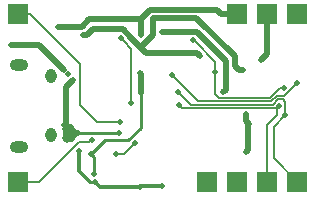
<source format=gbl>
G04 #@! TF.FileFunction,Copper,L2,Bot,Signal*
%FSLAX46Y46*%
G04 Gerber Fmt 4.6, Leading zero omitted, Abs format (unit mm)*
G04 Created by KiCad (PCBNEW 4.0.5) date 04/21/17 20:31:44*
%MOMM*%
%LPD*%
G01*
G04 APERTURE LIST*
%ADD10C,0.100000*%
%ADD11O,0.950000X1.250000*%
%ADD12O,1.550000X1.000000*%
%ADD13R,1.700000X1.700000*%
%ADD14C,0.500000*%
%ADD15C,0.508000*%
%ADD16C,0.152000*%
%ADD17C,0.300000*%
%ADD18C,0.254000*%
G04 APERTURE END LIST*
D10*
D11*
X139664880Y-81324180D03*
X139664880Y-86324180D03*
D12*
X136964880Y-80324180D03*
X136964880Y-87324180D03*
D13*
X136880600Y-76060300D03*
X136880600Y-90284300D03*
X160502600Y-90284300D03*
X160502600Y-76060300D03*
X157962600Y-76060300D03*
X157962600Y-90284300D03*
X152882600Y-90284300D03*
X155422600Y-90284300D03*
X155422600Y-76060300D03*
D14*
X148310121Y-76354382D03*
X157426347Y-79959860D03*
X156402496Y-85315134D03*
X142391553Y-77846202D03*
X146695418Y-78296861D03*
X142011400Y-87604600D03*
X155923824Y-80813500D03*
X152247600Y-79565500D03*
X145408730Y-86118700D03*
X141503400Y-81622900D03*
X140741400Y-80759300D03*
X141097000Y-81114900D03*
X144221200Y-77330300D03*
X143332200Y-90258900D03*
X147142200Y-90690700D03*
X149072600Y-90614500D03*
X136220200Y-78676500D03*
X141963026Y-86098816D03*
X141390293Y-86584973D03*
X140794080Y-85760560D03*
X140794080Y-86577780D03*
X141325600Y-85595460D03*
X140937321Y-85207181D03*
X156356539Y-85925670D03*
X156184600Y-87744300D03*
X156184600Y-84520900D03*
X149048625Y-77543450D03*
X147232609Y-77788852D03*
X143044743Y-87898915D03*
X147193000Y-81038700D03*
X147269200Y-82715100D03*
X154249160Y-82635980D03*
X154452320Y-81045900D03*
X140259051Y-77126471D03*
X140995400Y-77126471D03*
X141579600Y-77126471D03*
X142265400Y-77126471D03*
X143285241Y-89608581D03*
X160476682Y-81877739D03*
X149860000Y-81216500D03*
X145566766Y-78095949D03*
X146441545Y-83571879D03*
X151700102Y-78199460D03*
X153568400Y-80962500D03*
X159360531Y-82275299D03*
X159497591Y-84587114D03*
X150432769Y-82654655D03*
X158993107Y-83825039D03*
X150444125Y-83710787D03*
X145459259Y-85184359D03*
X143130417Y-86668312D03*
X145110200Y-87922100D03*
X146735800Y-86982300D03*
D15*
X140937321Y-85207181D02*
X140937321Y-82188979D01*
X140937321Y-82188979D02*
X141503400Y-81622900D01*
D16*
X148310121Y-76354382D02*
X148310121Y-76424901D01*
D15*
X155923824Y-80813500D02*
X155570271Y-80813500D01*
X155570271Y-80813500D02*
X155194000Y-80437229D01*
X155194000Y-80437229D02*
X155194000Y-79588701D01*
X155194000Y-79588701D02*
X151964931Y-76359633D01*
X151964931Y-76359633D02*
X151967111Y-76357453D01*
X151967111Y-76357453D02*
X148356347Y-76357453D01*
X148299510Y-76414290D02*
X148310121Y-76424901D01*
X148310121Y-76424901D02*
X148310121Y-77800679D01*
X148310121Y-77800679D02*
X147254679Y-78856122D01*
X147254679Y-78856122D02*
X146945417Y-78546860D01*
X144221200Y-77330300D02*
X143244688Y-77330300D01*
X143244688Y-77330300D02*
X142728786Y-77846202D01*
X142728786Y-77846202D02*
X142391553Y-77846202D01*
X144221200Y-77330300D02*
X145728857Y-77330300D01*
X145728857Y-77330300D02*
X146445419Y-78046862D01*
X146445419Y-78046862D02*
X146695418Y-78296861D01*
X157676346Y-79709861D02*
X157426347Y-79959860D01*
X157962600Y-79423607D02*
X157676346Y-79709861D01*
X157962600Y-76060300D02*
X157962600Y-79423607D01*
X141390293Y-86584973D02*
X141036740Y-86584973D01*
X141036740Y-86584973D02*
X140995400Y-86626313D01*
X140995400Y-86626313D02*
X140995400Y-86741000D01*
X140794080Y-86577780D02*
X140832180Y-86577780D01*
X140832180Y-86577780D02*
X140995400Y-86741000D01*
X141390293Y-86584973D02*
X141390293Y-86231420D01*
X141390293Y-86231420D02*
X141325600Y-86166727D01*
X141325600Y-86166727D02*
X141325600Y-85595460D01*
X140937321Y-85207181D02*
X140937321Y-86434539D01*
X140937321Y-86434539D02*
X140794080Y-86577780D01*
X152247600Y-79565500D02*
X151997601Y-79315501D01*
X151997601Y-79315501D02*
X147714058Y-79315501D01*
X147714058Y-79315501D02*
X146945417Y-78546860D01*
X146945417Y-78546860D02*
X146695418Y-78296861D01*
X156184600Y-87744300D02*
X156184600Y-87695850D01*
X156184600Y-87695850D02*
X156353339Y-87527111D01*
X156353339Y-87527111D02*
X156353339Y-85928870D01*
X156353339Y-85928870D02*
X156356539Y-85925670D01*
X156356539Y-85361091D02*
X156402496Y-85315134D01*
X156184600Y-84520900D02*
X156184600Y-85097238D01*
X156356539Y-85925670D02*
X156356539Y-85361091D01*
X156184600Y-85097238D02*
X156402496Y-85315134D01*
X136220200Y-78676500D02*
X136573753Y-78676500D01*
X136573753Y-78676500D02*
X136586453Y-78663800D01*
X136586453Y-78663800D02*
X138634849Y-78663800D01*
X138634849Y-78663800D02*
X140730349Y-80759300D01*
X140730349Y-80759300D02*
X140741400Y-80759300D01*
D17*
X140937321Y-85207181D02*
X140687322Y-85457180D01*
X140982700Y-85509100D02*
X141239240Y-85509100D01*
X141239240Y-85509100D02*
X141325600Y-85595460D01*
X140794080Y-85697720D02*
X140982700Y-85509100D01*
X140794080Y-85760560D02*
X140794080Y-85697720D01*
X140794080Y-85760560D02*
X140868400Y-85834880D01*
X140868400Y-85834880D02*
X141088720Y-86055200D01*
X140794080Y-86577780D02*
X140794080Y-86224227D01*
X140794080Y-86224227D02*
X140868400Y-86149907D01*
X140868400Y-86149907D02*
X140868400Y-85834880D01*
X141160500Y-86296500D02*
X141160500Y-86055200D01*
X141160500Y-86055200D02*
X141160500Y-85760560D01*
X141088720Y-86055200D02*
X141160500Y-86055200D01*
X141129219Y-86327781D02*
X141160500Y-86296500D01*
X140794080Y-86577780D02*
X141044079Y-86327781D01*
X141044079Y-86327781D02*
X141129219Y-86327781D01*
X141828956Y-86098816D02*
X141643100Y-85912960D01*
X141640292Y-86334974D02*
X141640292Y-85915768D01*
X141643100Y-85912960D02*
X141325600Y-85595460D01*
X141390293Y-86584973D02*
X141640292Y-86334974D01*
X141640292Y-85915768D02*
X141643100Y-85912960D01*
X141963026Y-86098816D02*
X141828956Y-86098816D01*
X140794080Y-85760560D02*
X141160500Y-85760560D01*
X141160500Y-85760560D02*
X141325600Y-85595460D01*
X147142200Y-90690700D02*
X143764000Y-90690700D01*
X143764000Y-90690700D02*
X143332200Y-90258900D01*
X149072600Y-90614500D02*
X147218400Y-90614500D01*
X147218400Y-90614500D02*
X147142200Y-90690700D01*
X142925800Y-90258900D02*
X142011400Y-89344500D01*
X142011400Y-89344500D02*
X142011400Y-87604600D01*
X142978647Y-90258900D02*
X142925800Y-90258900D01*
D18*
X143332200Y-90258900D02*
X142978647Y-90258900D01*
X145408730Y-86118700D02*
X141982910Y-86118700D01*
X141982910Y-86118700D02*
X141963026Y-86098816D01*
D15*
X154064600Y-76060300D02*
X155422600Y-76060300D01*
X153698672Y-75694372D02*
X154064600Y-76060300D01*
X147999249Y-75694372D02*
X153698672Y-75694372D01*
X147232609Y-76461012D02*
X147999249Y-75694372D01*
X147232609Y-77788852D02*
X147232609Y-76461012D01*
X142265400Y-77126471D02*
X142899771Y-76492100D01*
X142899771Y-76492100D02*
X147232609Y-76492100D01*
X147232609Y-76492100D02*
X147232609Y-77788852D01*
X154452320Y-81045900D02*
X154452320Y-80021866D01*
X151973904Y-77543450D02*
X149402178Y-77543450D01*
X154452320Y-80021866D02*
X151973904Y-77543450D01*
X149402178Y-77543450D02*
X149048625Y-77543450D01*
X141579600Y-77126471D02*
X142265400Y-77126471D01*
D18*
X143285241Y-88139413D02*
X143044743Y-87898915D01*
X143294742Y-87648916D02*
X143044743Y-87898915D01*
X144215358Y-86728300D02*
X143294742Y-87648916D01*
X146206878Y-86728300D02*
X144215358Y-86728300D01*
X143285241Y-89608581D02*
X143285241Y-88139413D01*
X147269200Y-85665978D02*
X146206878Y-86728300D01*
X147269200Y-82715100D02*
X147269200Y-85665978D01*
D15*
X154452320Y-82432820D02*
X154249160Y-82635980D01*
X154452320Y-81045900D02*
X154452320Y-82432820D01*
X147269200Y-82715100D02*
X147269200Y-81114900D01*
X147269200Y-81114900D02*
X147193000Y-81038700D01*
X140259051Y-77126471D02*
X141579600Y-77126471D01*
D16*
X149860000Y-81216500D02*
X152069011Y-83425511D01*
X158756602Y-82955611D02*
X159398810Y-82955611D01*
X160226683Y-82127738D02*
X160476682Y-81877739D01*
X159398810Y-82955611D02*
X160226683Y-82127738D01*
X158286702Y-83425511D02*
X158756602Y-82955611D01*
X152069011Y-83425511D02*
X158286702Y-83425511D01*
X146441545Y-78970728D02*
X145816765Y-78345948D01*
X145816765Y-78345948D02*
X145566766Y-78095949D01*
X146441545Y-83571879D02*
X146441545Y-78970728D01*
X151714507Y-78199460D02*
X151700102Y-78199460D01*
X151725401Y-78210354D02*
X151714507Y-78199460D01*
X151950101Y-78449459D02*
X151700102Y-78199460D01*
X153568400Y-80067758D02*
X151950101Y-78449459D01*
X153568400Y-80962500D02*
X153568400Y-80067758D01*
X153860500Y-83108800D02*
X153568400Y-82816700D01*
X158164288Y-83117989D02*
X154023727Y-83117989D01*
X159006978Y-82275299D02*
X158164288Y-83117989D01*
X153568400Y-82816700D02*
X153568400Y-80962500D01*
X154014538Y-83108800D02*
X153860500Y-83108800D01*
X159360531Y-82275299D02*
X159006978Y-82275299D01*
X154023727Y-83117989D02*
X154014538Y-83108800D01*
X160502600Y-90284300D02*
X158489142Y-88270842D01*
X158489142Y-86143705D02*
X158497785Y-86135062D01*
X158489142Y-88270842D02*
X158489142Y-86143705D01*
X158497785Y-86135062D02*
X158497785Y-85586920D01*
X158497785Y-85586920D02*
X159497591Y-84587114D01*
X159497591Y-83462691D02*
X159497591Y-84233561D01*
X158882527Y-83259622D02*
X159294522Y-83259622D01*
X151507635Y-83729521D02*
X158412628Y-83729521D01*
X150432769Y-82654655D02*
X151507635Y-83729521D01*
X158412628Y-83729521D02*
X158882527Y-83259622D01*
X159294522Y-83259622D02*
X159497591Y-83462691D01*
X159497591Y-84233561D02*
X159497591Y-84587114D01*
X158743108Y-84075038D02*
X158993107Y-83825039D01*
X157962600Y-90284300D02*
X157962600Y-85402592D01*
X158743108Y-84622084D02*
X158743108Y-84075038D01*
X157962600Y-85402592D02*
X158743108Y-84622084D01*
X158784614Y-84033532D02*
X158993107Y-83825039D01*
X150444125Y-83710787D02*
X150766870Y-84033532D01*
X150766870Y-84033532D02*
X158784614Y-84033532D01*
X136880600Y-76060300D02*
X137882600Y-76060300D01*
X143521860Y-85184359D02*
X145459259Y-85184359D01*
X137882600Y-76060300D02*
X142119550Y-80297250D01*
X142119550Y-83782049D02*
X143521860Y-85184359D01*
X142119550Y-80297250D02*
X142119550Y-83782049D01*
X136880600Y-76060300D02*
X136880600Y-76154008D01*
X136880600Y-90284300D02*
X138634315Y-90284300D01*
X138634315Y-90284300D02*
X142000304Y-86918311D01*
X142000304Y-86918311D02*
X142880418Y-86918311D01*
X142880418Y-86918311D02*
X143130417Y-86668312D01*
X146735800Y-86982300D02*
X145796000Y-87922100D01*
X145796000Y-87922100D02*
X145110200Y-87922100D01*
M02*

</source>
